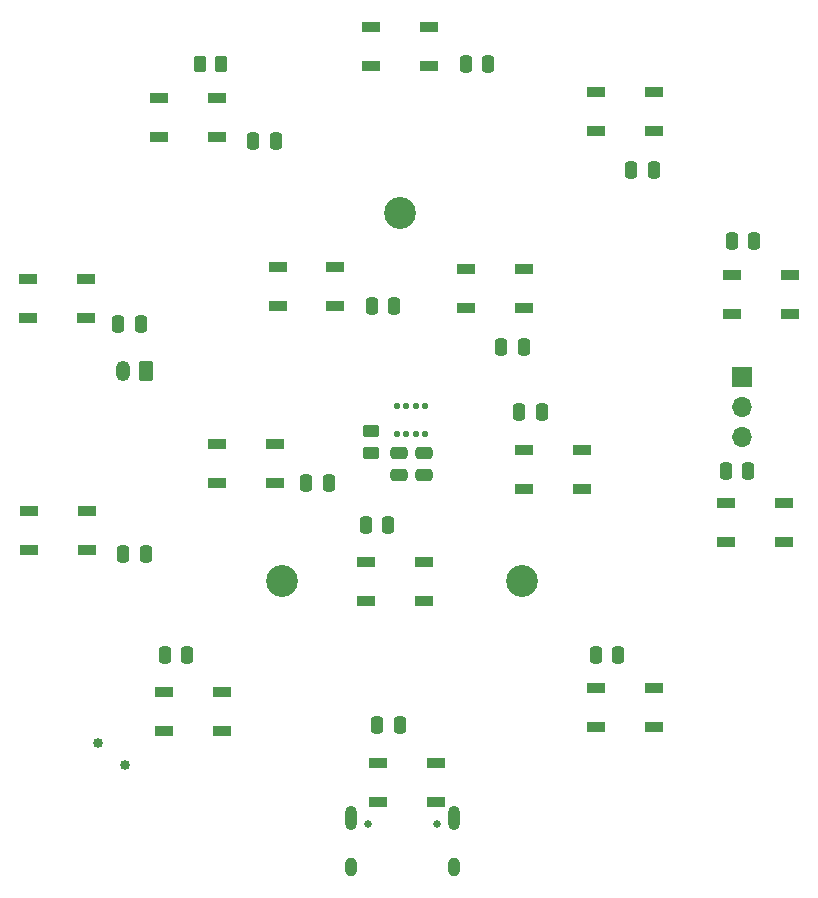
<source format=gts>
G04 #@! TF.GenerationSoftware,KiCad,Pcbnew,8.0.4*
G04 #@! TF.CreationDate,2024-08-11T22:53:44+02:00*
G04 #@! TF.ProjectId,Haibadge_B,48616962-6164-4676-955f-422e6b696361,rev?*
G04 #@! TF.SameCoordinates,Original*
G04 #@! TF.FileFunction,Soldermask,Top*
G04 #@! TF.FilePolarity,Negative*
%FSLAX46Y46*%
G04 Gerber Fmt 4.6, Leading zero omitted, Abs format (unit mm)*
G04 Created by KiCad (PCBNEW 8.0.4) date 2024-08-11 22:53:44*
%MOMM*%
%LPD*%
G01*
G04 APERTURE LIST*
G04 Aperture macros list*
%AMRoundRect*
0 Rectangle with rounded corners*
0 $1 Rounding radius*
0 $2 $3 $4 $5 $6 $7 $8 $9 X,Y pos of 4 corners*
0 Add a 4 corners polygon primitive as box body*
4,1,4,$2,$3,$4,$5,$6,$7,$8,$9,$2,$3,0*
0 Add four circle primitives for the rounded corners*
1,1,$1+$1,$2,$3*
1,1,$1+$1,$4,$5*
1,1,$1+$1,$6,$7*
1,1,$1+$1,$8,$9*
0 Add four rect primitives between the rounded corners*
20,1,$1+$1,$2,$3,$4,$5,0*
20,1,$1+$1,$4,$5,$6,$7,0*
20,1,$1+$1,$6,$7,$8,$9,0*
20,1,$1+$1,$8,$9,$2,$3,0*%
G04 Aperture macros list end*
%ADD10C,0.850000*%
%ADD11RoundRect,0.250000X-0.250000X-0.475000X0.250000X-0.475000X0.250000X0.475000X-0.250000X0.475000X0*%
%ADD12RoundRect,0.250000X0.262500X0.450000X-0.262500X0.450000X-0.262500X-0.450000X0.262500X-0.450000X0*%
%ADD13R,1.500000X0.900000*%
%ADD14C,2.700000*%
%ADD15RoundRect,0.250000X-0.475000X0.250000X-0.475000X-0.250000X0.475000X-0.250000X0.475000X0.250000X0*%
%ADD16RoundRect,0.250000X-0.450000X0.262500X-0.450000X-0.262500X0.450000X-0.262500X0.450000X0.262500X0*%
%ADD17RoundRect,0.250000X0.250000X0.475000X-0.250000X0.475000X-0.250000X-0.475000X0.250000X-0.475000X0*%
%ADD18RoundRect,0.125000X-0.125000X-0.137500X0.125000X-0.137500X0.125000X0.137500X-0.125000X0.137500X0*%
%ADD19RoundRect,0.250000X0.350000X0.625000X-0.350000X0.625000X-0.350000X-0.625000X0.350000X-0.625000X0*%
%ADD20O,1.200000X1.750000*%
%ADD21R,1.700000X1.700000*%
%ADD22O,1.700000X1.700000*%
%ADD23C,0.650000*%
%ADD24O,1.000000X1.600000*%
%ADD25O,1.000000X2.100000*%
G04 APERTURE END LIST*
D10*
G04 #@! TO.C,SW2*
X114388252Y-167462782D03*
X116686385Y-169391144D03*
G04 #@! TD*
D11*
G04 #@! TO.C,C1*
X127550000Y-116500000D03*
X129450000Y-116500000D03*
G04 #@! TD*
D12*
G04 #@! TO.C,R1*
X124825000Y-110000000D03*
X123000000Y-110000000D03*
G04 #@! TD*
D13*
G04 #@! TO.C,D4*
X168050000Y-127850000D03*
X168050000Y-131150000D03*
X172950000Y-131150000D03*
X172950000Y-127850000D03*
G04 #@! TD*
D11*
G04 #@! TO.C,C9*
X116550000Y-151500000D03*
X118450000Y-151500000D03*
G04 #@! TD*
D14*
G04 #@! TO.C,H3*
X150300000Y-153800000D03*
G04 #@! TD*
G04 #@! TO.C,H2*
X130000000Y-153800000D03*
G04 #@! TD*
D13*
G04 #@! TO.C,D13*
X150500000Y-142700000D03*
X150500000Y-146000000D03*
X155400000Y-146000000D03*
X155400000Y-142700000D03*
G04 #@! TD*
D14*
G04 #@! TO.C,H1*
X140000000Y-122600000D03*
G04 #@! TD*
D13*
G04 #@! TO.C,D8*
X120000000Y-163200000D03*
X120000000Y-166500000D03*
X124900000Y-166500000D03*
X124900000Y-163200000D03*
G04 #@! TD*
D11*
G04 #@! TO.C,C2*
X145550000Y-110000000D03*
X147450000Y-110000000D03*
G04 #@! TD*
D13*
G04 #@! TO.C,D2*
X142450000Y-110150000D03*
X142450000Y-106850000D03*
X137550000Y-106850000D03*
X137550000Y-110150000D03*
G04 #@! TD*
G04 #@! TO.C,D11*
X134500000Y-130500000D03*
X134500000Y-127200000D03*
X129600000Y-127200000D03*
X129600000Y-130500000D03*
G04 #@! TD*
G04 #@! TO.C,D12*
X150450000Y-130650000D03*
X150450000Y-127350000D03*
X145550000Y-127350000D03*
X145550000Y-130650000D03*
G04 #@! TD*
G04 #@! TO.C,D15*
X129400000Y-145500000D03*
X129400000Y-142200000D03*
X124500000Y-142200000D03*
X124500000Y-145500000D03*
G04 #@! TD*
D11*
G04 #@! TO.C,C7*
X138050000Y-166000000D03*
X139950000Y-166000000D03*
G04 #@! TD*
G04 #@! TO.C,C10*
X116100000Y-132000000D03*
X118000000Y-132000000D03*
G04 #@! TD*
G04 #@! TO.C,C11*
X137600000Y-130500000D03*
X139500000Y-130500000D03*
G04 #@! TD*
D13*
G04 #@! TO.C,D6*
X156550000Y-162850000D03*
X156550000Y-166150000D03*
X161450000Y-166150000D03*
X161450000Y-162850000D03*
G04 #@! TD*
D11*
G04 #@! TO.C,C13*
X150050000Y-139500000D03*
X151950000Y-139500000D03*
G04 #@! TD*
D15*
G04 #@! TO.C,C17*
X139900000Y-142900000D03*
X139900000Y-144800000D03*
G04 #@! TD*
D16*
G04 #@! TO.C,R3*
X137500000Y-141087500D03*
X137500000Y-142912500D03*
G04 #@! TD*
D11*
G04 #@! TO.C,C15*
X132050000Y-145500000D03*
X133950000Y-145500000D03*
G04 #@! TD*
D13*
G04 #@! TO.C,D14*
X137100000Y-152200000D03*
X137100000Y-155500000D03*
X142000000Y-155500000D03*
X142000000Y-152200000D03*
G04 #@! TD*
D17*
G04 #@! TO.C,C3*
X161450000Y-119000000D03*
X159550000Y-119000000D03*
G04 #@! TD*
G04 #@! TO.C,C12*
X150450000Y-134000000D03*
X148550000Y-134000000D03*
G04 #@! TD*
D11*
G04 #@! TO.C,C5*
X167550000Y-144500000D03*
X169450000Y-144500000D03*
G04 #@! TD*
D13*
G04 #@! TO.C,D7*
X138100000Y-169200000D03*
X138100000Y-172500000D03*
X143000000Y-172500000D03*
X143000000Y-169200000D03*
G04 #@! TD*
D11*
G04 #@! TO.C,C8*
X120050000Y-160000000D03*
X121950000Y-160000000D03*
G04 #@! TD*
G04 #@! TO.C,C4*
X168050000Y-125000000D03*
X169950000Y-125000000D03*
G04 #@! TD*
D13*
G04 #@! TO.C,D9*
X113450000Y-151150000D03*
X113450000Y-147850000D03*
X108550000Y-147850000D03*
X108550000Y-151150000D03*
G04 #@! TD*
D18*
G04 #@! TO.C,U6*
X139700000Y-138925000D03*
X140500000Y-138925000D03*
X141300000Y-138925000D03*
X142100000Y-138925000D03*
X142100000Y-141300000D03*
X141300000Y-141300000D03*
X140500000Y-141300000D03*
X139700000Y-141300000D03*
G04 #@! TD*
D13*
G04 #@! TO.C,D3*
X161450000Y-115650000D03*
X161450000Y-112350000D03*
X156550000Y-112350000D03*
X156550000Y-115650000D03*
G04 #@! TD*
G04 #@! TO.C,D10*
X113400000Y-131500000D03*
X113400000Y-128200000D03*
X108500000Y-128200000D03*
X108500000Y-131500000D03*
G04 #@! TD*
G04 #@! TO.C,D5*
X167600000Y-147200000D03*
X167600000Y-150500000D03*
X172500000Y-150500000D03*
X172500000Y-147200000D03*
G04 #@! TD*
D11*
G04 #@! TO.C,C14*
X137050000Y-149000000D03*
X138950000Y-149000000D03*
G04 #@! TD*
D15*
G04 #@! TO.C,C18*
X142000000Y-142900000D03*
X142000000Y-144800000D03*
G04 #@! TD*
D11*
G04 #@! TO.C,C6*
X156550000Y-160000000D03*
X158450000Y-160000000D03*
G04 #@! TD*
D13*
G04 #@! TO.C,D1*
X124450000Y-116150000D03*
X124450000Y-112850000D03*
X119550000Y-112850000D03*
X119550000Y-116150000D03*
G04 #@! TD*
D19*
G04 #@! TO.C,J3*
X118500000Y-136000000D03*
D20*
X116500000Y-136000000D03*
G04 #@! TD*
D21*
G04 #@! TO.C,J1*
X168900000Y-136520000D03*
D22*
X168900000Y-139060000D03*
X168900000Y-141600000D03*
G04 #@! TD*
D23*
G04 #@! TO.C,J2*
X143070000Y-174350000D03*
X137290000Y-174350000D03*
D24*
X144500000Y-178000000D03*
D25*
X144500000Y-173820000D03*
D24*
X135860000Y-178000000D03*
D25*
X135860000Y-173820000D03*
G04 #@! TD*
M02*

</source>
